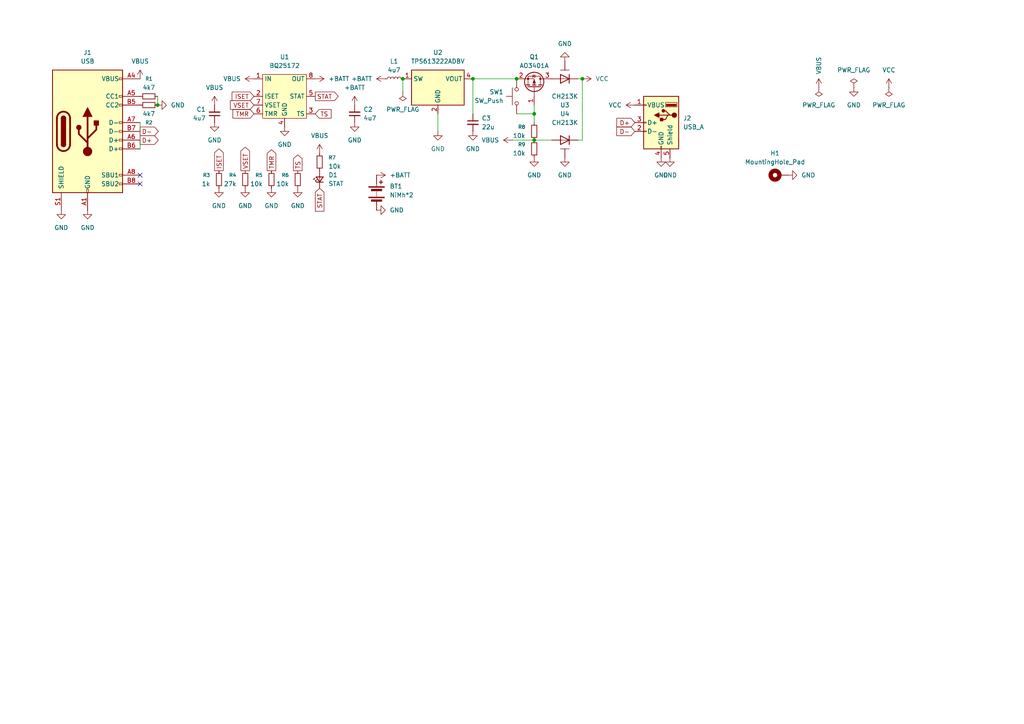
<source format=kicad_sch>
(kicad_sch (version 20250114) (generator "eeschema") (generator_version "9.0")
  (paper "A4")
  (lib_symbols
    (symbol "Connector:USB_A" (pin_names (offset 1.016))
      (property "Reference" "J" (at -5.08 11.43 0))
      (property "Value" "USB_A" (at -5.08 8.89 0))
      (symbol "USB_A_0_1"
        (rectangle (start -5.08 -7.62) (end 5.08 7.62) (stroke (width 0.254)) (fill (type background)))
        (circle (center -3.81 2.159) (radius 0.635) (stroke (width 0.254)) (fill (type outline)))
        (polyline (pts (xy -3.175 2.159) (xy -2.54 2.159) (xy -1.27 3.429) (xy -0.635 3.429)) (stroke (width 0.254)))
        (polyline (pts (xy -2.54 2.159) (xy -1.905 2.159) (xy -1.27 0.889) (xy 0 0.889)) (stroke (width 0.254)))
        (rectangle (start -1.524 4.826) (end -4.318 5.334) (fill (type outline)))
        (rectangle (start -1.27 4.572) (end -4.572 5.842))
        (circle (center -0.635 3.429) (radius 0.381) (stroke (width 0.254)) (fill (type outline)))
        (rectangle (start -0.127 -7.62) (end 0.127 -6.858))
        (rectangle (start 0.254 1.27) (end -0.508 0.508) (stroke (width 0.254)) (fill (type outline)))
        (polyline (pts (xy 0.635 2.794) (xy 0.635 1.524) (xy 1.905 2.159) (xy 0.635 2.794)) (stroke (width 0.254)) (fill (type outline)))
        (rectangle (start 5.08 4.953) (end 4.318 5.207))
        (rectangle (start 5.08 -0.127) (end 4.318 0.127))
        (rectangle (start 5.08 -2.667) (end 4.318 -2.413))
      )
      (symbol "USB_A_1_1"
        (polyline (pts (xy -1.905 2.159) (xy 0.635 2.159)) (stroke (width 0.254)))
        (pin passive line (at -2.54 -10.16 90) (length 2.54) (name "Shield") (number "5"))
        (pin power_in line (at 0 -10.16 90) (length 2.54) (name "GND") (number "4"))
        (pin power_in line (at 7.62 5.08 180) (length 2.54) (name "VBUS") (number "1"))
        (pin bidirectional line (at 7.62 0 180) (length 2.54) (name "D+") (number "3"))
        (pin bidirectional line (at 7.62 -2.54 180) (length 2.54) (name "D-") (number "2"))
      )
    )
    (symbol "Connector:USB_C_Receptacle_USB2.0_16P" (pin_names (offset 1.016))
      (property "Reference" "J" (at 0 22.225 0))
      (property "Value" "USB_C_Receptacle_USB2.0_16P" (at 0 19.685 0))
      (symbol "USB_C_Receptacle_USB2.0_16P_0_0"
        (rectangle (start -0.254 -17.78) (end 0.254 -16.764))
        (rectangle (start 10.16 15.494) (end 9.144 14.986))
        (rectangle (start 10.16 10.414) (end 9.144 9.906))
        (rectangle (start 10.16 7.874) (end 9.144 7.366))
        (rectangle (start 10.16 2.794) (end 9.144 2.286))
        (rectangle (start 10.16 0.254) (end 9.144 -0.254))
        (rectangle (start 10.16 -2.286) (end 9.144 -2.794))
        (rectangle (start 10.16 -4.826) (end 9.144 -5.334))
        (rectangle (start 10.16 -12.446) (end 9.144 -12.954))
        (rectangle (start 10.16 -14.986) (end 9.144 -15.494))
      )
      (symbol "USB_C_Receptacle_USB2.0_16P_0_1"
        (rectangle (start -10.16 17.78) (end 10.16 -17.78) (stroke (width 0.254)) (fill (type background)))
        (polyline (pts (xy -8.89 -3.81) (xy -8.89 3.81)) (stroke (width 0.508)))
        (rectangle (start -7.62 -3.81) (end -6.35 3.81) (stroke (width 0.254)) (fill (type outline)))
        (arc (start -7.62 3.81) (mid -6.985 4.4423) (end -6.35 3.81) (stroke (width 0.254)))
        (arc (start -7.62 3.81) (mid -6.985 4.4423) (end -6.35 3.81) (stroke (width 0.254)) (fill (type outline)))
        (arc (start -8.89 3.81) (mid -6.985 5.7067) (end -5.08 3.81) (stroke (width 0.508)))
        (arc (start -5.08 -3.81) (mid -6.985 -5.7067) (end -8.89 -3.81) (stroke (width 0.508)))
        (arc (start -6.35 -3.81) (mid -6.985 -4.4423) (end -7.62 -3.81) (stroke (width 0.254)))
        (arc (start -6.35 -3.81) (mid -6.985 -4.4423) (end -7.62 -3.81) (stroke (width 0.254)) (fill (type outline)))
        (polyline (pts (xy -5.08 3.81) (xy -5.08 -3.81)) (stroke (width 0.508)))
        (circle (center -2.54 1.143) (radius 0.635) (stroke (width 0.254)) (fill (type outline)))
        (polyline (pts (xy -1.27 4.318) (xy 0 6.858) (xy 1.27 4.318) (xy -1.27 4.318)) (stroke (width 0.254)) (fill (type outline)))
        (polyline (pts (xy 0 -2.032) (xy 2.54 0.508) (xy 2.54 1.778)) (stroke (width 0.508)))
        (polyline (pts (xy 0 -3.302) (xy -2.54 -0.762) (xy -2.54 0.508)) (stroke (width 0.508)))
        (polyline (pts (xy 0 -5.842) (xy 0 4.318)) (stroke (width 0.508)))
        (circle (center 0 -5.842) (radius 1.27) (fill (type outline)))
        (rectangle (start 1.905 1.778) (end 3.175 3.048) (stroke (width 0.254)) (fill (type outline)))
      )
      (symbol "USB_C_Receptacle_USB2.0_16P_1_1"
        (pin passive line (at -7.62 -22.86 90) (length 5.08) (name "SHIELD") (number "S1"))
        (pin passive line (at 0 -22.86 90) (length 5.08) (name "GND") (number "A1"))
        (pin passive line (at 0 -22.86 90) (length 5.08) (hide yes) (name "GND") (number "A12"))
        (pin passive line (at 0 -22.86 90) (length 5.08) (hide yes) (name "GND") (number "B1"))
        (pin passive line (at 0 -22.86 90) (length 5.08) (hide yes) (name "GND") (number "B12"))
        (pin passive line (at 15.24 15.24 180) (length 5.08) (name "VBUS") (number "A4"))
        (pin passive line (at 15.24 15.24 180) (length 5.08) (hide yes) (name "VBUS") (number "A9"))
        (pin passive line (at 15.24 15.24 180) (length 5.08) (hide yes) (name "VBUS") (number "B4"))
        (pin passive line (at 15.24 15.24 180) (length 5.08) (hide yes) (name "VBUS") (number "B9"))
        (pin bidirectional line (at 15.24 10.16 180) (length 5.08) (name "CC1") (number "A5"))
        (pin bidirectional line (at 15.24 7.62 180) (length 5.08) (name "CC2") (number "B5"))
        (pin bidirectional line (at 15.24 2.54 180) (length 5.08) (name "D-") (number "A7"))
        (pin bidirectional line (at 15.24 0 180) (length 5.08) (name "D-") (number "B7"))
        (pin bidirectional line (at 15.24 -2.54 180) (length 5.08) (name "D+") (number "A6"))
        (pin bidirectional line (at 15.24 -5.08 180) (length 5.08) (name "D+") (number "B6"))
        (pin bidirectional line (at 15.24 -12.7 180) (length 5.08) (name "SBU1") (number "A8"))
        (pin bidirectional line (at 15.24 -15.24 180) (length 5.08) (name "SBU2") (number "B8"))
      )
    )
    (symbol "Device:Battery" (pin_numbers (hide yes)) (pin_names (offset 0) (hide yes))
      (property "Reference" "BT" (at 2.54 2.54 0))
      (property "Value" "Battery" (at 2.54 0 0))
      (symbol "Battery_0_1"
        (rectangle (start -2.286 1.778) (end 2.286 1.524) (fill (type outline)))
        (rectangle (start -2.286 -1.27) (end 2.286 -1.524) (fill (type outline)))
        (rectangle (start -1.524 1.016) (end 1.524 0.508) (fill (type outline)))
        (rectangle (start -1.524 -2.032) (end 1.524 -2.54) (fill (type outline)))
        (polyline (pts (xy 0 1.778) (xy 0 2.54)))
        (polyline (pts (xy 0 0) (xy 0 0.254)))
        (polyline (pts (xy 0 -0.508) (xy 0 -0.254)))
        (polyline (pts (xy 0 -1.016) (xy 0 -0.762)))
        (polyline (pts (xy 0.762 3.048) (xy 1.778 3.048)) (stroke (width 0.254)))
        (polyline (pts (xy 1.27 3.556) (xy 1.27 2.54)) (stroke (width 0.254)))
      )
      (symbol "Battery_1_1"
        (pin passive line (at 0 5.08 270) (length 2.54) (name "+") (number "1"))
        (pin passive line (at 0 -5.08 90) (length 2.54) (name "-") (number "2"))
      )
    )
    (symbol "Device:C_Small" (pin_numbers (hide yes)) (pin_names (offset 0.254) (hide yes))
      (property "Reference" "C" (at 0.254 1.778 0))
      (property "Value" "C_Small" (at 0.254 -2.032 0))
      (symbol "C_Small_0_1"
        (polyline (pts (xy -1.524 0.508) (xy 1.524 0.508)) (stroke (width 0.3048)))
        (polyline (pts (xy -1.524 -0.508) (xy 1.524 -0.508)) (stroke (width 0.3302)))
      )
      (symbol "C_Small_1_1"
        (pin passive line (at 0 2.54 270) (length 2.032) (name "~") (number "1"))
        (pin passive line (at 0 -2.54 90) (length 2.032) (name "~") (number "2"))
      )
    )
    (symbol "Device:LED_Small" (pin_numbers (hide yes)) (pin_names (offset 0.254) (hide yes))
      (property "Reference" "D" (at -1.27 3.175 0))
      (property "Value" "LED_Small" (at -4.445 -2.54 0))
      (symbol "LED_Small_0_1"
        (polyline (pts (xy -0.762 -1.016) (xy -0.762 1.016)) (stroke (width 0.254)))
        (polyline (pts (xy 0 0.762) (xy -0.508 1.27) (xy -0.254 1.27) (xy -0.508 1.27) (xy -0.508 1.016)))
        (polyline (pts (xy 0.508 1.27) (xy 0 1.778) (xy 0.254 1.778) (xy 0 1.778) (xy 0 1.524)))
        (polyline (pts (xy 0.762 -1.016) (xy -0.762 0) (xy 0.762 1.016) (xy 0.762 -1.016)) (stroke (width 0.254)))
        (polyline (pts (xy 1.016 0) (xy -0.762 0)))
      )
      (symbol "LED_Small_1_1"
        (pin passive line (at -2.54 0 0) (length 1.778) (name "K") (number "1"))
        (pin passive line (at 2.54 0 180) (length 1.778) (name "A") (number "2"))
      )
    )
    (symbol "Device:L_Small" (pin_numbers (hide yes)) (pin_names (offset 0.254) (hide yes))
      (property "Reference" "L" (at 0.762 1.016 0))
      (property "Value" "L_Small" (at 0.762 -1.016 0))
      (symbol "L_Small_0_1"
        (arc (start 0 2.032) (mid 0.5058 1.524) (end 0 1.016))
        (arc (start 0 1.016) (mid 0.5058 0.508) (end 0 0))
        (arc (start 0 0) (mid 0.5058 -0.508) (end 0 -1.016))
        (arc (start 0 -1.016) (mid 0.5058 -1.524) (end 0 -2.032))
      )
      (symbol "L_Small_1_1"
        (pin passive line (at 0 2.54 270) (length 0.508) (name "~") (number "1"))
        (pin passive line (at 0 -2.54 90) (length 0.508) (name "~") (number "2"))
      )
    )
    (symbol "Device:R_Small" (pin_numbers (hide yes)) (pin_names (offset 0.254) (hide yes))
      (property "Reference" "R" (at 0 0 90))
      (property "Value" "R_Small" (at 1.778 0 90))
      (symbol "R_Small_0_1"
        (rectangle (start -0.762 1.778) (end 0.762 -1.778) (stroke (width 0.2032)))
      )
      (symbol "R_Small_1_1"
        (pin passive line (at 0 2.54 270) (length 0.762) (name "~") (number "1"))
        (pin passive line (at 0 -2.54 90) (length 0.762) (name "~") (number "2"))
      )
    )
    (symbol "Library:BQ25172"
      (property "Reference" "U" (at 0 0 0))
      (property "Value" "BQ25172" (at 0 0 0))
      (symbol "BQ25172_1_1"
        (rectangle (start -6.35 5.08) (end 6.35 -7.62) (fill (type background)))
        (pin power_in line (at -8.89 3.81 0) (length 2.54) (name "IN") (number "1"))
        (pin input line (at -8.89 -1.27 0) (length 2.54) (name "ISET") (number "2"))
        (pin input line (at -8.89 -3.81 0) (length 2.54) (name "VSET") (number "7"))
        (pin input line (at -8.89 -6.35 0) (length 2.54) (name "TMR") (number "6"))
        (pin power_in line (at 0 -10.16 90) (length 2.54) (name "GND") (number "4"))
        (pin power_in line (at 0 -10.16 90) (length 2.54) (hide yes) (name "GND") (number "9"))
        (pin power_out line (at 8.89 3.81 180) (length 2.54) (name "OUT") (number "8"))
        (pin output line (at 8.89 -1.27 180) (length 2.54) (name "STAT") (number "5"))
        (pin input line (at 8.89 -6.35 180) (length 2.54) (name "TS") (number "3"))
      )
    )
    (symbol "Library:CH213K" (pin_numbers (hide yes)) (pin_names (hide yes))
      (property "Reference" "U" (at 0 0 0))
      (property "Value" "CH213K" (at 0 0 0))
      (symbol "CH213K_0_1"
        (polyline (pts (xy -1.27 1.27) (xy -1.27 -1.27)) (stroke (width 0.254)))
        (polyline (pts (xy 1.27 1.27) (xy 1.27 -1.27) (xy -1.27 0) (xy 1.27 1.27)) (stroke (width 0.254)))
        (polyline (pts (xy 1.27 0) (xy -1.27 0)))
        (polyline (pts (xy 1.27 -2.54) (xy -1.27 -2.54)))
      )
      (symbol "CH213K_1_1"
        (pin passive line (at -3.81 0 0) (length 2.54) (name "VO+") (number "3"))
        (pin passive line (at 0 -5.08 90) (length 2.54) (name "GND") (number "1"))
        (pin passive line (at 3.81 0 180) (length 2.54) (name "VO-") (number "2"))
      )
    )
    (symbol "Mechanical:MountingHole_Pad" (pin_numbers (hide yes)) (pin_names (offset 1.016) (hide yes)) (in_bom no)
      (property "Reference" "H" (at 0 6.35 0))
      (property "Value" "MountingHole_Pad" (at 0 4.445 0))
      (symbol "MountingHole_Pad_0_1"
        (circle (center 0 1.27) (radius 1.27) (stroke (width 1.27)))
      )
      (symbol "MountingHole_Pad_1_1"
        (pin input line (at 0 -2.54 90) (length 2.54) (name "1") (number "1"))
      )
    )
    (symbol "Regulator_Switching:TPS613222ADBV"
      (property "Reference" "U" (at -7.62 6.35 0))
      (property "Value" "TPS613222ADBV" (at 2.54 6.35 0))
      (symbol "TPS613222ADBV_0_1"
        (rectangle (start -7.62 5.08) (end 7.62 -5.08) (stroke (width 0.254)) (fill (type background)))
      )
      (symbol "TPS613222ADBV_1_1"
        (pin power_in line (at -10.16 2.54 0) (length 2.54) (name "SW") (number "1"))
        (pin no_connect line (at -7.62 -2.54 0) (length 2.54) (hide yes) (name "NC") (number "3"))
        (pin power_in line (at 0 -7.62 90) (length 2.54) (name "GND") (number "2"))
        (pin no_connect line (at 7.62 -2.54 180) (length 2.54) (hide yes) (name "NC") (number "5"))
        (pin power_out line (at 10.16 2.54 180) (length 2.54) (name "VOUT") (number "4"))
      )
    )
    (symbol "Switch:SW_Push" (pin_numbers (hide yes)) (pin_names (offset 1.016) (hide yes))
      (property "Reference" "SW" (at 1.27 2.54 0))
      (property "Value" "SW_Push" (at 0 -1.524 0))
      (symbol "SW_Push_0_1"
        (circle (center -2.032 0) (radius 0.508))
        (polyline (pts (xy 0 1.27) (xy 0 3.048)))
        (circle (center 2.032 0) (radius 0.508))
        (polyline (pts (xy 2.54 1.27) (xy -2.54 1.27)))
        (pin passive line (at -5.08 0 0) (length 2.54) (name "1") (number "1"))
        (pin passive line (at 5.08 0 180) (length 2.54) (name "2") (number "2"))
      )
    )
    (symbol "Transistor_FET:AO3401A" (pin_names (hide yes))
      (property "Reference" "Q" (at 5.08 1.905 0))
      (property "Value" "AO3401A" (at 5.08 0 0))
      (symbol "AO3401A_0_1"
        (polyline (pts (xy 0.254 1.905) (xy 0.254 -1.905)) (stroke (width 0.254)))
        (polyline (pts (xy 0.254 0) (xy -2.54 0)))
        (polyline (pts (xy 0.762 2.286) (xy 0.762 1.27)) (stroke (width 0.254)))
        (polyline (pts (xy 0.762 1.778) (xy 3.302 1.778) (xy 3.302 -1.778) (xy 0.762 -1.778)))
        (polyline (pts (xy 0.762 0.508) (xy 0.762 -0.508)) (stroke (width 0.254)))
        (polyline (pts (xy 0.762 -1.27) (xy 0.762 -2.286)) (stroke (width 0.254)))
        (circle (center 1.651 0) (radius 2.794) (stroke (width 0.254)))
        (polyline (pts (xy 2.286 0) (xy 1.27 0.381) (xy 1.27 -0.381) (xy 2.286 0)) (fill (type outline)))
        (polyline (pts (xy 2.54 2.54) (xy 2.54 1.778)))
        (circle (center 2.54 1.778) (radius 0.254) (fill (type outline)))
        (circle (center 2.54 -1.778) (radius 0.254) (fill (type outline)))
        (polyline (pts (xy 2.54 -2.54) (xy 2.54 0) (xy 0.762 0)))
        (polyline (pts (xy 2.794 -0.508) (xy 2.921 -0.381) (xy 3.683 -0.381) (xy 3.81 -0.254)))
        (polyline (pts (xy 3.302 -0.381) (xy 2.921 0.254) (xy 3.683 0.254) (xy 3.302 -0.381)))
      )
      (symbol "AO3401A_1_1"
        (pin input line (at -5.08 0 0) (length 2.54) (name "G") (number "1"))
        (pin passive line (at 2.54 5.08 270) (length 2.54) (name "D") (number "3"))
        (pin passive line (at 2.54 -5.08 90) (length 2.54) (name "S") (number "2"))
      )
    )
    (symbol "power:+BATT" (power) (pin_numbers (hide yes)) (pin_names (offset 0) (hide yes))
      (property "Value" "+BATT" (at 0 3.556 0))
      (symbol "+BATT_0_1"
        (polyline (pts (xy -0.762 1.27) (xy 0 2.54)))
        (polyline (pts (xy 0 2.54) (xy 0.762 1.27)))
        (polyline (pts (xy 0 0) (xy 0 2.54)))
      )
      (symbol "+BATT_1_1"
        (pin power_in line (at 0 0 90) (length 0) (name "~") (number "1"))
      )
    )
    (symbol "power:GND" (power) (pin_numbers (hide yes)) (pin_names (offset 0) (hide yes))
      (property "Value" "GND" (at 0 -3.81 0))
      (symbol "GND_0_1"
        (polyline (pts (xy 0 0) (xy 0 -1.27) (xy 1.27 -1.27) (xy 0 -2.54) (xy -1.27 -1.27) (xy 0 -1.27)))
      )
      (symbol "GND_1_1"
        (pin power_in line (at 0 0 270) (length 0) (name "~") (number "1"))
      )
    )
    (symbol "power:PWR_FLAG" (power) (pin_numbers (hide yes)) (pin_names (offset 0) (hide yes))
      (property "Value" "PWR_FLAG" (at 0 3.81 0))
      (symbol "PWR_FLAG_0_0"
        (pin power_out line (at 0 0 90) (length 0) (name "~") (number "1"))
      )
      (symbol "PWR_FLAG_0_1"
        (polyline (pts (xy 0 0) (xy 0 1.27) (xy -1.016 1.905) (xy 0 2.54) (xy 1.016 1.905) (xy 0 1.27)))
      )
    )
    (symbol "power:VBUS" (power) (pin_numbers (hide yes)) (pin_names (offset 0) (hide yes))
      (property "Value" "VBUS" (at 0 3.556 0))
      (symbol "VBUS_0_1"
        (polyline (pts (xy -0.762 1.27) (xy 0 2.54)))
        (polyline (pts (xy 0 2.54) (xy 0.762 1.27)))
        (polyline (pts (xy 0 0) (xy 0 2.54)))
      )
      (symbol "VBUS_1_1"
        (pin power_in line (at 0 0 90) (length 0) (name "~") (number "1"))
      )
    )
    (symbol "power:VCC" (power) (pin_numbers (hide yes)) (pin_names (offset 0) (hide yes))
      (property "Value" "VCC" (at 0 3.556 0))
      (symbol "VCC_0_1"
        (polyline (pts (xy -0.762 1.27) (xy 0 2.54)))
        (polyline (pts (xy 0 2.54) (xy 0.762 1.27)))
        (polyline (pts (xy 0 0) (xy 0 2.54)))
      )
      (symbol "VCC_1_1"
        (pin power_in line (at 0 0 90) (length 0) (name "~") (number "1"))
      )
    )
  )
  (junction (at 154.94 33.02))
  (junction (at 154.94 40.64))
  (junction (at 149.86 22.86))
  (junction (at 116.84 22.86))
  (junction (at 137.16 22.86))
  (junction (at 168.91 22.86))
  (junction (at 45.72 30.48))
  (no_connect (at 40.64 53.34))
  (no_connect (at 40.64 50.8))
  (wire (pts (xy 149.86 33.02) (xy 154.94 33.02)))
  (wire (pts (xy 137.16 33.02) (xy 137.16 22.86)))
  (wire (pts (xy 40.64 35.56) (xy 40.64 38.1)))
  (wire (pts (xy 154.94 40.64) (xy 160.02 40.64)))
  (wire (pts (xy 40.64 40.64) (xy 40.64 43.18)))
  (wire (pts (xy 154.94 33.02) (xy 154.94 35.56)))
  (wire (pts (xy 116.84 26.67) (xy 116.84 22.86)))
  (wire (pts (xy 45.72 27.94) (xy 45.72 30.48)))
  (wire (pts (xy 168.91 40.64) (xy 167.64 40.64)))
  (wire (pts (xy 148.59 40.64) (xy 154.94 40.64)))
  (wire (pts (xy 168.91 22.86) (xy 168.91 40.64)))
  (wire (pts (xy 127 38.1) (xy 127 33.02)))
  (wire (pts (xy 168.91 22.86) (xy 167.64 22.86)))
  (wire (pts (xy 154.94 30.48) (xy 154.94 33.02)))
  (wire (pts (xy 137.16 22.86) (xy 149.86 22.86)))
  (global_label "TS" (shape output) (at 86.36 49.53 90) (property "Intersheetrefs" "${INTERSHEET_REFS}" (effects (hide yes))))
  (global_label "ISET" (shape input) (at 73.66 27.94 180) (property "Intersheetrefs" "${INTERSHEET_REFS}" (effects (hide yes))))
  (global_label "STAT" (shape input) (at 92.71 54.61 270) (property "Intersheetrefs" "${INTERSHEET_REFS}" (effects (hide yes))))
  (global_label "TMR" (shape input) (at 73.66 33.02 180) (property "Intersheetrefs" "${INTERSHEET_REFS}" (effects (hide yes))))
  (global_label "STAT" (shape output) (at 91.44 27.94 0) (property "Intersheetrefs" "${INTERSHEET_REFS}" (effects (hide yes))))
  (global_label "D+" (shape input) (at 184.15 35.56 180) (property "Intersheetrefs" "${INTERSHEET_REFS}" (effects (hide yes))))
  (global_label "D-" (shape output) (at 40.64 38.1 0) (property "Intersheetrefs" "${INTERSHEET_REFS}" (effects (hide yes))))
  (global_label "VSET" (shape output) (at 71.12 49.53 90) (property "Intersheetrefs" "${INTERSHEET_REFS}" (effects (hide yes))))
  (global_label "D+" (shape output) (at 40.64 40.64 0) (property "Intersheetrefs" "${INTERSHEET_REFS}" (effects (hide yes))))
  (global_label "D-" (shape input) (at 184.15 38.1 180) (property "Intersheetrefs" "${INTERSHEET_REFS}" (effects (hide yes))))
  (global_label "ISET" (shape output) (at 63.5 49.53 90) (property "Intersheetrefs" "${INTERSHEET_REFS}" (effects (hide yes))))
  (global_label "VSET" (shape input) (at 73.66 30.48 180) (property "Intersheetrefs" "${INTERSHEET_REFS}" (effects (hide yes))))
  (global_label "TMR" (shape output) (at 78.74 49.53 90) (property "Intersheetrefs" "${INTERSHEET_REFS}" (effects (hide yes))))
  (global_label "TS" (shape input) (at 91.44 33.02 0) (property "Intersheetrefs" "${INTERSHEET_REFS}" (effects (hide yes))))
  (symbol (lib_id "Device:Battery") (at 109.22 55.88 0) (unit 1)
    (property "Reference" "BT1" (at 113.03 54.0384 0) (effects (justify left)))
    (property "Value" "NiMh*2" (at 113.03 56.5784 0) (effects (justify left)))
    (property "Footprint" "Library:BH-321-1P_{24}" (effects (hide yes)))
    (property "Description" "Multiple-cell battery" (effects (hide yes)))
    (property "Sim.Device" "V" (effects (hide yes)))
    (property "Sim.Type" "DC" (effects (hide yes)))
    (property "Sim.Pins" "1=+ 2=-" (effects (hide yes)))
  )
  (symbol (lib_id "power:GND") (at 163.83 45.72 0) (unit 1)
    (property "Reference" "#PWR025" (effects (hide yes)))
    (property "Value" "GND" (at 163.83 50.8 0))
    (property "Description" "Power symbol creates a global label with name \"GND\" , ground" (effects (hide yes)))
  )
  (symbol (lib_id "power:GND") (at 154.94 45.72 0) (unit 1)
    (property "Reference" "#PWR023" (effects (hide yes)))
    (property "Value" "GND" (at 154.94 50.8 0))
    (property "Description" "Power symbol creates a global label with name \"GND\" , ground" (effects (hide yes)))
  )
  (symbol (lib_id "Device:R_Small") (at 43.18 27.94 90) (unit 1)
    (property "Reference" "R1" (at 43.18 22.86 90) (effects (font (size 1.016 1.016))))
    (property "Value" "4k7" (at 43.18 25.4 90))
    (property "Footprint" "Resistor_SMD:R_0603_1608Metric" (effects (hide yes)))
    (property "Description" "Resistor, small symbol" (effects (hide yes)))
  )
  (symbol (lib_id "power:VCC") (at 168.91 22.86 270) (unit 1)
    (property "Reference" "#PWR026" (effects (hide yes)))
    (property "Value" "VCC" (at 172.72 22.8599 90) (effects (justify left)))
    (property "Description" "Power symbol creates a global label with name \"VCC\"" (effects (hide yes)))
  )
  (symbol (lib_id "power:+BATT") (at 102.87 30.48 0) (unit 1)
    (property "Reference" "#PWR015" (effects (hide yes)))
    (property "Value" "+BATT" (at 102.87 25.4 0))
    (property "Description" "Power symbol creates a global label with name \"+BATT\"" (effects (hide yes)))
  )
  (symbol (lib_id "power:VBUS") (at 40.64 22.86 0) (unit 1)
    (property "Reference" "#PWR03" (effects (hide yes)))
    (property "Value" "VBUS" (at 40.64 17.78 0))
    (property "Description" "Power symbol creates a global label with name \"VBUS\"" (effects (hide yes)))
  )
  (symbol (lib_id "Device:L_Small") (at 114.3 22.86 90) (unit 1)
    (property "Reference" "L1" (at 114.3 17.78 90))
    (property "Value" "4u7" (at 114.3 20.32 90))
    (property "Footprint" "Inductor_SMD:L_1008_2520Metric" (effects (hide yes)))
    (property "Description" "Inductor, small symbol" (effects (hide yes)))
  )
  (symbol (lib_id "power:PWR_FLAG") (at 247.65 25.4 0) (unit 1)
    (property "Reference" "#FLG03" (effects (hide yes)))
    (property "Value" "PWR_FLAG" (at 247.65 20.32 0))
    (property "Description" "Special symbol for telling ERC where power comes from" (effects (hide yes)))
  )
  (symbol (lib_id "Switch:SW_Push") (at 149.86 27.94 90) (unit 1)
    (property "Reference" "SW1" (at 146.05 26.6699 90) (effects (justify left)))
    (property "Value" "SW_Push" (at 146.05 29.2099 90) (effects (justify left)))
    (property "Footprint" "Library:alps-skr[gp]" (effects (hide yes)))
    (property "Description" "Push button switch, generic, two pins" (effects (hide yes)))
  )
  (symbol (lib_id "power:+BATT") (at 111.76 22.86 90) (unit 1)
    (property "Reference" "#PWR019" (effects (hide yes)))
    (property "Value" "+BATT" (at 107.95 22.8599 90) (effects (justify left)))
    (property "Description" "Power symbol creates a global label with name \"+BATT\"" (effects (hide yes)))
  )
  (symbol (lib_id "power:GND") (at 191.77 45.72 0) (unit 1)
    (property "Reference" "#PWR028" (effects (hide yes)))
    (property "Value" "GND" (at 191.77 50.8 0))
    (property "Description" "Power symbol creates a global label with name \"GND\" , ground" (effects (hide yes)))
  )
  (symbol (lib_id "power:GND") (at 137.16 38.1 0) (unit 1)
    (property "Reference" "#PWR021" (effects (hide yes)))
    (property "Value" "GND" (at 137.16 43.18 0))
    (property "Description" "Power symbol creates a global label with name \"GND\" , ground" (effects (hide yes)))
  )
  (symbol (lib_id "power:GND") (at 25.4 60.96 0) (unit 1)
    (property "Reference" "#PWR02" (effects (hide yes)))
    (property "Value" "GND" (at 25.4 66.04 0))
    (property "Description" "Power symbol creates a global label with name \"GND\" , ground" (effects (hide yes)))
  )
  (symbol (lib_id "power:PWR_FLAG") (at 116.84 26.67 0) (mirror x) (unit 1)
    (property "Reference" "#FLG01" (effects (hide yes)))
    (property "Value" "PWR_FLAG" (at 116.84 31.75 0))
    (property "Description" "Special symbol for telling ERC where power comes from" (effects (hide yes)))
  )
  (symbol (lib_id "power:GND") (at 228.6 50.8 90) (unit 1)
    (property "Reference" "#PWR033" (effects (hide yes)))
    (property "Value" "GND" (at 232.41 50.7999 90) (effects (justify right)))
    (property "Description" "Power symbol creates a global label with name \"GND\" , ground" (effects (hide yes)))
  )
  (symbol (lib_id "Library:BQ25172") (at 82.55 26.67 0) (unit 1)
    (property "Reference" "U1" (at 82.55 16.51 0))
    (property "Value" "BQ25172" (at 82.55 19.05 0))
    (property "Footprint" "Package_SON:WSON-8-1EP_2x2mm_P0.5mm_EP0.9x1.6mm" (effects (hide yes)))
  )
  (symbol (lib_id "power:VCC") (at 184.15 30.48 90) (mirror x) (unit 1)
    (property "Reference" "#PWR027" (effects (hide yes)))
    (property "Value" "VCC" (at 180.34 30.4799 90) (effects (justify left)))
    (property "Description" "Power symbol creates a global label with name \"VCC\"" (effects (hide yes)))
  )
  (symbol (lib_id "Device:R_Small") (at 43.18 30.48 90) (unit 1)
    (property "Reference" "R2" (at 43.18 35.56 90) (effects (font (size 1.016 1.016))))
    (property "Value" "4k7" (at 43.18 33.02 90))
    (property "Footprint" "Resistor_SMD:R_0603_1608Metric" (effects (hide yes)))
    (property "Description" "Resistor, small symbol" (effects (hide yes)))
  )
  (symbol (lib_id "power:GND") (at 194.31 45.72 0) (unit 1)
    (property "Reference" "#PWR029" (effects (hide yes)))
    (property "Value" "GND" (at 194.31 50.8 0))
    (property "Description" "Power symbol creates a global label with name \"GND\" , ground" (effects (hide yes)))
  )
  (symbol (lib_id "Device:C_Small") (at 102.87 33.02 180) (unit 1)
    (property "Reference" "C2" (at 105.41 31.7435 0) (effects (justify right)))
    (property "Value" "4u7" (at 105.41 34.2835 0) (effects (justify right)))
    (property "Footprint" "Capacitor_SMD:C_0603_1608Metric" (effects (hide yes)))
    (property "Description" "Unpolarized capacitor, small symbol" (effects (hide yes)))
  )
  (symbol (lib_id "Device:R_Small") (at 63.5 52.07 0) (mirror y) (unit 1)
    (property "Reference" "R3" (at 60.96 50.7999 0) (effects (font (size 1.016 1.016)) (justify left)))
    (property "Value" "1k" (at 60.96 53.3399 0) (effects (justify left)))
    (property "Footprint" "Resistor_SMD:R_0603_1608Metric" (effects (hide yes)))
    (property "Description" "Resistor, small symbol" (effects (hide yes)))
  )
  (symbol (lib_id "power:GND") (at 109.22 60.96 90) (unit 1)
    (property "Reference" "#PWR018" (effects (hide yes)))
    (property "Value" "GND" (at 113.03 60.9599 90) (effects (justify right)))
    (property "Description" "Power symbol creates a global label with name \"GND\" , ground" (effects (hide yes)))
  )
  (symbol (lib_id "Connector:USB_A") (at 191.77 35.56 0) (mirror y) (unit 1)
    (property "Reference" "J2" (at 198.12 34.2899 0) (effects (justify right)))
    (property "Value" "USB_A" (at 198.12 36.8299 0) (effects (justify right)))
    (property "Footprint" "Connector_USB:USB_A_Molex_67643_Horizontal" (effects (hide yes)))
    (property "Description" "USB Type A connector" (effects (hide yes)))
  )
  (symbol (lib_id "Device:LED_Small") (at 92.71 52.07 90) (unit 1)
    (property "Reference" "D1" (at 95.25 50.7364 90) (effects (justify right)))
    (property "Value" "STAT" (at 95.25 53.2764 90) (effects (justify right)))
    (property "Footprint" "LED_SMD:LED_0603_1608Metric" (effects (hide yes)))
    (property "Description" "Light emitting diode, small symbol" (effects (hide yes)))
    (property "Sim.Pins" "1=K 2=A" (effects (hide yes)))
  )
  (symbol (lib_id "Device:C_Small") (at 137.16 35.56 0) (unit 1)
    (property "Reference" "C3" (at 139.7 34.2962 0) (effects (justify left)))
    (property "Value" "22u" (at 139.7 36.8362 0) (effects (justify left)))
    (property "Footprint" "Capacitor_SMD:C_0603_1608Metric" (effects (hide yes)))
    (property "Description" "Unpolarized capacitor, small symbol" (effects (hide yes)))
  )
  (symbol (lib_id "Transistor_FET:AO3401A") (at 154.94 25.4 270) (mirror x) (unit 1)
    (property "Reference" "Q1" (at 154.94 16.51 90))
    (property "Value" "AO3401A" (at 154.94 19.05 90))
    (property "Footprint" "Package_TO_SOT_SMD:SOT-23" (effects (hide yes)))
    (property "Datasheet" "http://www.aosmd.com/pdfs/datasheet/AO3401A.pdf" (effects (hide yes)))
    (property "Description" "-4.0A Id, -30V Vds, P-Channel MOSFET, SOT-23" (effects (hide yes)))
  )
  (symbol (lib_id "Device:R_Small") (at 86.36 52.07 0) (mirror y) (unit 1)
    (property "Reference" "R6" (at 83.82 50.7999 0) (effects (font (size 1.016 1.016)) (justify left)))
    (property "Value" "10k" (at 83.82 53.3399 0) (effects (justify left)))
    (property "Footprint" "Resistor_SMD:R_0603_1608Metric" (effects (hide yes)))
    (property "Description" "Resistor, small symbol" (effects (hide yes)))
  )
  (symbol (lib_id "power:GND") (at 45.72 30.48 90) (unit 1)
    (property "Reference" "#PWR04" (effects (hide yes)))
    (property "Value" "GND" (at 49.53 30.4799 90) (effects (justify right)))
    (property "Description" "Power symbol creates a global label with name \"GND\" , ground" (effects (hide yes)))
  )
  (symbol (lib_id "power:+BATT") (at 91.44 22.86 270) (mirror x) (unit 1)
    (property "Reference" "#PWR013" (effects (hide yes)))
    (property "Value" "+BATT" (at 95.25 22.8599 90) (effects (justify left)))
    (property "Description" "Power symbol creates a global label with name \"+BATT\"" (effects (hide yes)))
  )
  (symbol (lib_id "power:VCC") (at 257.81 25.4 0) (unit 1)
    (property "Reference" "#PWR032" (effects (hide yes)))
    (property "Value" "VCC" (at 257.81 20.32 0))
    (property "Description" "Power symbol creates a global label with name \"VCC\"" (effects (hide yes)))
  )
  (symbol (lib_id "power:VBUS") (at 237.49 25.4 0) (unit 1)
    (property "Reference" "#PWR030" (effects (hide yes)))
    (property "Value" "VBUS" (at 237.4901 21.59 90) (effects (justify left)))
    (property "Description" "Power symbol creates a global label with name \"VBUS\"" (effects (hide yes)))
  )
  (symbol (lib_id "Library:CH213K") (at 163.83 22.86 180) (unit 1)
    (property "Reference" "U3" (at 163.83 30.48 0))
    (property "Value" "CH213K" (at 163.83 27.94 0))
    (property "Footprint" "Package_TO_SOT_SMD:SOT-23" (effects (hide yes)))
  )
  (symbol (lib_id "Library:CH213K") (at 163.83 40.64 0) (mirror y) (unit 1)
    (property "Reference" "U4" (at 163.83 33.02 0))
    (property "Value" "CH213K" (at 163.83 35.56 0))
    (property "Footprint" "Package_TO_SOT_SMD:SOT-23" (effects (hide yes)))
  )
  (symbol (lib_id "power:GND") (at 82.55 36.83 0) (unit 1)
    (property "Reference" "#PWR011" (effects (hide yes)))
    (property "Value" "GND" (at 82.55 41.91 0))
    (property "Description" "Power symbol creates a global label with name \"GND\" , ground" (effects (hide yes)))
  )
  (symbol (lib_id "power:GND") (at 62.23 35.56 0) (mirror y) (unit 1)
    (property "Reference" "#PWR06" (effects (hide yes)))
    (property "Value" "GND" (at 62.23 40.64 0))
    (property "Description" "Power symbol creates a global label with name \"GND\" , ground" (effects (hide yes)))
  )
  (symbol (lib_id "power:GND") (at 102.87 35.56 0) (mirror y) (unit 1)
    (property "Reference" "#PWR016" (effects (hide yes)))
    (property "Value" "GND" (at 102.87 40.64 0))
    (property "Description" "Power symbol creates a global label with name \"GND\" , ground" (effects (hide yes)))
  )
  (symbol (lib_id "Device:C_Small") (at 62.23 33.02 0) (mirror x) (unit 1)
    (property "Reference" "C1" (at 59.69 31.7435 0) (effects (justify right)))
    (property "Value" "4u7" (at 59.69 34.2835 0) (effects (justify right)))
    (property "Footprint" "Capacitor_SMD:C_0603_1608Metric" (effects (hide yes)))
    (property "Description" "Unpolarized capacitor, small symbol" (effects (hide yes)))
  )
  (symbol (lib_id "Device:R_Small") (at 154.94 38.1 0) (mirror y) (unit 1)
    (property "Reference" "R8" (at 152.4 36.8299 0) (effects (font (size 1.016 1.016)) (justify left)))
    (property "Value" "10k" (at 152.4 39.3699 0) (effects (justify left)))
    (property "Footprint" "Resistor_SMD:R_0603_1608Metric" (effects (hide yes)))
    (property "Description" "Resistor, small symbol" (effects (hide yes)))
  )
  (symbol (lib_id "power:GND") (at 86.36 54.61 0) (unit 1)
    (property "Reference" "#PWR012" (effects (hide yes)))
    (property "Value" "GND" (at 86.36 59.69 0))
    (property "Description" "Power symbol creates a global label with name \"GND\" , ground" (effects (hide yes)))
  )
  (symbol (lib_id "Device:R_Small") (at 71.12 52.07 0) (mirror y) (unit 1)
    (property "Reference" "R4" (at 68.58 50.7999 0) (effects (font (size 1.016 1.016)) (justify left)))
    (property "Value" "27k" (at 68.58 53.3399 0) (effects (justify left)))
    (property "Footprint" "Resistor_SMD:R_0603_1608Metric" (effects (hide yes)))
    (property "Description" "Resistor, small symbol" (effects (hide yes)))
  )
  (symbol (lib_id "power:GND") (at 127 38.1 0) (unit 1)
    (property "Reference" "#PWR020" (effects (hide yes)))
    (property "Value" "GND" (at 127 43.18 0))
    (property "Description" "Power symbol creates a global label with name \"GND\" , ground" (effects (hide yes)))
  )
  (symbol (lib_id "power:VBUS") (at 92.71 44.45 0) (unit 1)
    (property "Reference" "#PWR014" (effects (hide yes)))
    (property "Value" "VBUS" (at 92.71 39.37 0))
    (property "Description" "Power symbol creates a global label with name \"VBUS\"" (effects (hide yes)))
  )
  (symbol (lib_id "Mechanical:MountingHole_Pad") (at 226.06 50.8 90) (unit 1) (in_bom no)
    (property "Reference" "H1" (at 224.79 44.45 90))
    (property "Value" "MountingHole_Pad" (at 224.79 46.99 90))
    (property "Footprint" "MountingHole:MountingHole_3.2mm_M3_Pad" (effects (hide yes)))
    (property "Description" "Mounting Hole with connection" (effects (hide yes)))
  )
  (symbol (lib_id "power:GND") (at 78.74 54.61 0) (unit 1)
    (property "Reference" "#PWR010" (effects (hide yes)))
    (property "Value" "GND" (at 78.74 59.69 0))
    (property "Description" "Power symbol creates a global label with name \"GND\" , ground" (effects (hide yes)))
  )
  (symbol (lib_id "Connector:USB_C_Receptacle_USB2.0_16P") (at 25.4 38.1 0) (unit 1)
    (property "Reference" "J1" (at 25.4 15.24 0))
    (property "Value" "USB" (at 25.4 17.78 0))
    (property "Footprint" "Connector_USB:USB_C_Receptacle_GCT_USB4105-xx-A_16P_TopMnt_Horizontal" (effects (hide yes)))
    (property "Datasheet" "https://www.usb.org/sites/default/files/documents/usb_type-c.zip" (effects (hide yes)))
    (property "Description" "USB 2.0-only 16P Type-C Receptacle connector" (effects (hide yes)))
  )
  (symbol (lib_id "power:PWR_FLAG") (at 257.81 25.4 180) (unit 1)
    (property "Reference" "#FLG04" (effects (hide yes)))
    (property "Value" "PWR_FLAG" (at 257.81 30.48 0))
    (property "Description" "Special symbol for telling ERC where power comes from" (effects (hide yes)))
  )
  (symbol (lib_id "power:GND") (at 63.5 54.61 0) (unit 1)
    (property "Reference" "#PWR07" (effects (hide yes)))
    (property "Value" "GND" (at 63.5 59.69 0))
    (property "Description" "Power symbol creates a global label with name \"GND\" , ground" (effects (hide yes)))
  )
  (symbol (lib_id "Regulator_Switching:TPS613222ADBV") (at 127 25.4 0) (unit 1)
    (property "Reference" "U2" (at 127 15.24 0))
    (property "Value" "TPS613222ADBV" (at 127 17.78 0))
    (property "Footprint" "Package_TO_SOT_SMD:SOT-23-5" (effects (hide yes)))
    (property "Datasheet" "http://www.ti.com/lit/ds/symlink/tps61322.pdf" (effects (hide yes)))
    (property "Description" "1.8A Step-Up Converter, 5V Output Voltage, 0.9-5.5V Input Voltage, SOT-23-5" (effects (hide yes)))
  )
  (symbol (lib_id "Device:R_Small") (at 78.74 52.07 0) (mirror y) (unit 1)
    (property "Reference" "R5" (at 76.2 50.7999 0) (effects (font (size 1.016 1.016)) (justify left)))
    (property "Value" "10k" (at 76.2 53.3399 0) (effects (justify left)))
    (property "Footprint" "Resistor_SMD:R_0603_1608Metric" (effects (hide yes)))
    (property "Description" "Resistor, small symbol" (effects (hide yes)))
  )
  (symbol (lib_id "Device:R_Small") (at 154.94 43.18 0) (mirror y) (unit 1)
    (property "Reference" "R9" (at 152.4 41.9099 0) (effects (font (size 1.016 1.016)) (justify left)))
    (property "Value" "10k" (at 152.4 44.4499 0) (effects (justify left)))
    (property "Footprint" "Resistor_SMD:R_0603_1608Metric" (effects (hide yes)))
    (property "Description" "Resistor, small symbol" (effects (hide yes)))
  )
  (symbol (lib_id "power:PWR_FLAG") (at 237.49 25.4 180) (unit 1)
    (property "Reference" "#FLG02" (effects (hide yes)))
    (property "Value" "PWR_FLAG" (at 237.49 30.48 0))
    (property "Description" "Special symbol for telling ERC where power comes from" (effects (hide yes)))
  )
  (symbol (lib_id "power:GND") (at 247.65 25.4 0) (unit 1)
    (property "Reference" "#PWR031" (effects (hide yes)))
    (property "Value" "GND" (at 247.65 30.48 0))
    (property "Description" "Power symbol creates a global label with name \"GND\" , ground" (effects (hide yes)))
  )
  (symbol (lib_id "Device:R_Small") (at 92.71 46.99 0) (unit 1)
    (property "Reference" "R7" (at 95.25 45.7199 0) (effects (font (size 1.016 1.016)) (justify left)))
    (property "Value" "10k" (at 95.25 48.2599 0) (effects (justify left)))
    (property "Footprint" "Resistor_SMD:R_0603_1608Metric" (effects (hide yes)))
    (property "Description" "Resistor, small symbol" (effects (hide yes)))
  )
  (symbol (lib_id "power:GND") (at 17.78 60.96 0) (unit 1)
    (property "Reference" "#PWR01" (effects (hide yes)))
    (property "Value" "GND" (at 17.78 66.04 0))
    (property "Description" "Power symbol creates a global label with name \"GND\" , ground" (effects (hide yes)))
  )
  (symbol (lib_id "power:VBUS") (at 73.66 22.86 90) (unit 1)
    (property "Reference" "#PWR09" (effects (hide yes)))
    (property "Value" "VBUS" (at 69.85 22.8599 90) (effects (justify left)))
    (property "Description" "Power symbol creates a global label with name \"VBUS\"" (effects (hide yes)))
  )
  (symbol (lib_id "power:+BATT") (at 109.22 50.8 270) (unit 1)
    (property "Reference" "#PWR017" (effects (hide yes)))
    (property "Value" "+BATT" (at 113.03 50.7999 90) (effects (justify left)))
    (property "Description" "Power symbol creates a global label with name \"+BATT\"" (effects (hide yes)))
  )
  (symbol (lib_id "power:VBUS") (at 62.23 30.48 0) (mirror y) (unit 1)
    (property "Reference" "#PWR05" (effects (hide yes)))
    (property "Value" "VBUS" (at 62.23 25.4 0))
    (property "Description" "Power symbol creates a global label with name \"VBUS\"" (effects (hide yes)))
  )
  (symbol (lib_id "power:GND") (at 71.12 54.61 0) (unit 1)
    (property "Reference" "#PWR08" (effects (hide yes)))
    (property "Value" "GND" (at 71.12 59.69 0))
    (property "Description" "Power symbol creates a global label with name \"GND\" , ground" (effects (hide yes)))
  )
  (symbol (lib_id "power:GND") (at 163.83 17.78 0) (mirror x) (unit 1)
    (property "Reference" "#PWR024" (effects (hide yes)))
    (property "Value" "GND" (at 163.83 12.7 0))
    (property "Description" "Power symbol creates a global label with name \"GND\" , ground" (effects (hide yes)))
  )
  (symbol (lib_id "power:VBUS") (at 148.59 40.64 90) (unit 1)
    (property "Reference" "#PWR022" (effects (hide yes)))
    (property "Value" "VBUS" (at 144.78 40.6399 90) (effects (justify left)))
    (property "Description" "Power symbol creates a global label with name \"VBUS\"" (effects (hide yes)))
  )
)
</source>
